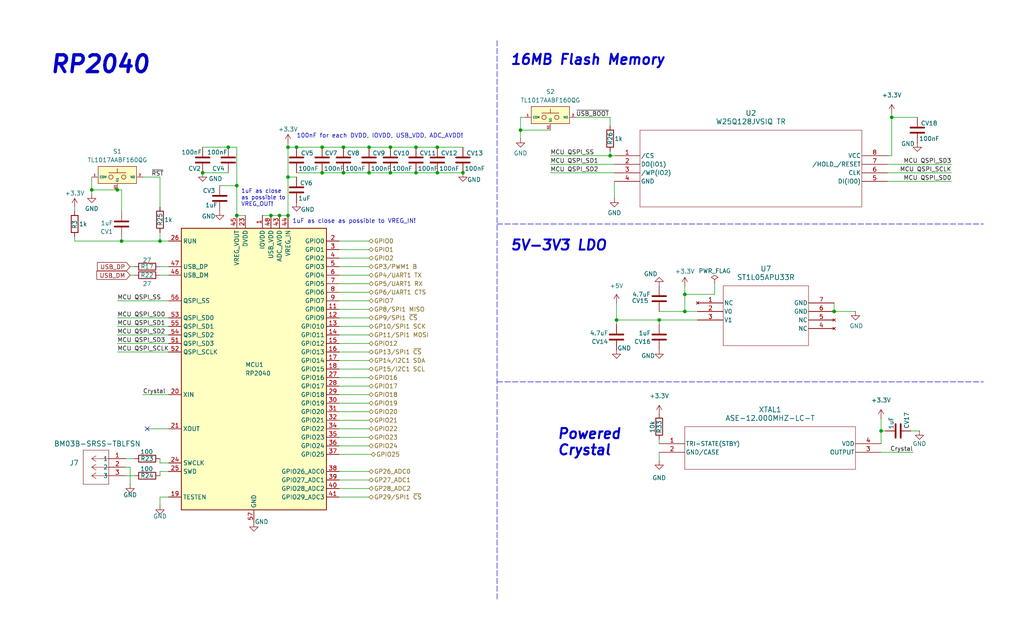
<source format=kicad_sch>
(kicad_sch (version 20250114) (generator "eeschema") (generator_version "9.0")
  (paper "User" 304.8 190.5)
  (title_block (title "RP2040 Standard") (company "Porto Space Team") (comment 1 "Miguel Amorim"))
  (lib_symbols
    (symbol "16MB_Flash:W25Q128JVSIQ_TR" (pin_names (offset 0.254))
      (property "Reference" "U" (at 40.64 12.7 0))
      (property "Value" "W25Q128JVSIQ TR" (at 40.64 10.16 0))
      (symbol "W25Q128JVSIQ_TR_0_1"
        (polyline (pts (xy 7.62 7.62) (xy 7.62 -15.24)) (stroke (width 0.127)))
        (polyline (pts (xy 7.62 -15.24) (xy 73.66 -15.24)) (stroke (width 0.127)))
        (polyline (pts (xy 73.66 7.62) (xy 7.62 7.62)) (stroke (width 0.127)))
        (polyline (pts (xy 73.66 -15.24) (xy 73.66 7.62)) (stroke (width 0.127)))
        (pin input line (at 0 0 0) (length 7.62) (name "/CS") (number "1"))
        (pin bidirectional line (at 0 -2.54 0) (length 7.62) (name "DO(IO1)") (number "2"))
        (pin bidirectional line (at 0 -5.08 0) (length 7.62) (name "/WP(IO2)") (number "3"))
        (pin passive line (at 0 -7.62 0) (length 7.62) (name "GND") (number "4"))
        (pin passive line (at 81.28 0 180) (length 7.62) (name "VCC") (number "8"))
        (pin bidirectional line (at 81.28 -2.54 180) (length 7.62) (name "/HOLD_/RESET") (number "7"))
        (pin input line (at 81.28 -5.08 180) (length 7.62) (name "CLK") (number "6"))
        (pin bidirectional line (at 81.28 -7.62 180) (length 7.62) (name "DI(IO0)") (number "5"))
      )
    )
    (symbol "AS12MHz:ASE-12.000MHZ-LC-T" (pin_names (offset 0.254))
      (property "Reference" "XTAL" (at 33.02 10.16 0))
      (property "Value" "ASE-12.000MHZ-LC-T" (at 33.02 7.62 0))
      (symbol "ASE-12.000MHZ-LC-T_0_1"
        (polyline (pts (xy 7.62 5.08) (xy 7.62 -7.62)) (stroke (width 0.127)))
        (polyline (pts (xy 7.62 -7.62) (xy 58.42 -7.62)) (stroke (width 0.127)))
        (polyline (pts (xy 58.42 5.08) (xy 7.62 5.08)) (stroke (width 0.127)))
        (polyline (pts (xy 58.42 -7.62) (xy 58.42 5.08)) (stroke (width 0.127)))
        (pin passive line (at 0 0 0) (length 7.62) (name "TRI-STATE(STBY)") (number "1"))
        (pin passive line (at 0 -2.54 0) (length 7.62) (name "GND/CASE") (number "2"))
        (pin power_in line (at 66.04 0 180) (length 7.62) (name "VDD") (number "4"))
        (pin output line (at 66.04 -2.54 180) (length 7.62) (name "OUTPUT") (number "3"))
      )
    )
    (symbol "Device:C" (pin_numbers (hide yes)) (pin_names (offset 0.254))
      (property "Reference" "C" (at 0.635 2.54 0))
      (property "Value" "C" (at 0.635 -2.54 0))
      (symbol "C_0_1"
        (polyline (pts (xy -2.032 0.762) (xy 2.032 0.762)) (stroke (width 0.508)))
        (polyline (pts (xy -2.032 -0.762) (xy 2.032 -0.762)) (stroke (width 0.508)))
      )
      (symbol "C_1_1"
        (pin passive line (at 0 3.81 270) (length 2.794) (name "~") (number "1"))
        (pin passive line (at 0 -3.81 90) (length 2.794) (name "~") (number "2"))
      )
    )
    (symbol "Device:R" (pin_numbers (hide yes)) (pin_names (offset 0))
      (property "Reference" "R" (at 2.032 0 90))
      (property "Value" "R" (at 0 0 90))
      (symbol "R_0_1"
        (rectangle (start -1.016 -2.54) (end 1.016 2.54) (stroke (width 0.254)))
      )
      (symbol "R_1_1"
        (pin passive line (at 0 3.81 270) (length 1.27) (name "~") (number "1"))
        (pin passive line (at 0 -3.81 90) (length 1.27) (name "~") (number "2"))
      )
    )
    (symbol "LDO_ST1L05A:ST1L05APU33R" (pin_names (offset 0.254))
      (property "Reference" "U" (at 20.32 10.16 0))
      (property "Value" "ST1L05APU33R" (at 20.32 7.62 0))
      (symbol "ST1L05APU33R_0_1"
        (polyline (pts (xy 7.62 5.08) (xy 7.62 -12.7)) (stroke (width 0.127)))
        (polyline (pts (xy 7.62 -12.7) (xy 33.02 -12.7)) (stroke (width 0.127)))
        (polyline (pts (xy 33.02 5.08) (xy 7.62 5.08)) (stroke (width 0.127)))
        (polyline (pts (xy 33.02 -12.7) (xy 33.02 5.08)) (stroke (width 0.127)))
        (pin no_connect line (at 0 0 0) (length 7.62) (name "NC") (number "1"))
        (pin passive line (at 0 -2.54 0) (length 7.62) (name "V0") (number "2"))
        (pin passive line (at 0 -5.08 0) (length 7.62) (name "V1") (number "3"))
        (pin passive line (at 40.64 0 180) (length 7.62) (name "GND") (number "7"))
        (pin passive line (at 40.64 -2.54 180) (length 7.62) (name "GND") (number "6"))
        (pin no_connect line (at 40.64 -5.08 180) (length 7.62) (name "NC") (number "5"))
        (pin no_connect line (at 40.64 -7.62 180) (length 7.62) (name "NC") (number "4"))
      )
    )
    (symbol "MCU_RaspberryPi:RP2040"
      (property "Reference" "U" (at 17.78 45.72 0))
      (property "Value" "RP2040" (at 17.78 43.18 0))
      (symbol "RP2040_0_1"
        (rectangle (start -21.59 41.91) (end 21.59 -41.91) (stroke (width 0.254)) (fill (type background)))
      )
      (symbol "RP2040_1_1"
        (pin input line (at -25.4 38.1 0) (length 3.81) (name "RUN") (number "26"))
        (pin bidirectional line (at -25.4 30.48 0) (length 3.81) (name "USB_DP") (number "47"))
        (pin bidirectional line (at -25.4 27.94 0) (length 3.81) (name "USB_DM") (number "46"))
        (pin bidirectional line (at -25.4 20.32 0) (length 3.81) (name "QSPI_SS") (number "56"))
        (pin bidirectional line (at -25.4 15.24 0) (length 3.81) (name "QSPI_SD0") (number "53"))
        (pin bidirectional line (at -25.4 12.7 0) (length 3.81) (name "QSPI_SD1") (number "55"))
        (pin bidirectional line (at -25.4 10.16 0) (length 3.81) (name "QSPI_SD2") (number "54"))
        (pin bidirectional line (at -25.4 7.62 0) (length 3.81) (name "QSPI_SD3") (number "51"))
        (pin output line (at -25.4 5.08 0) (length 3.81) (name "QSPI_SCLK") (number "52"))
        (pin input line (at -25.4 -7.62 0) (length 3.81) (name "XIN") (number "20"))
        (pin passive line (at -25.4 -17.78 0) (length 3.81) (name "XOUT") (number "21"))
        (pin input line (at -25.4 -27.94 0) (length 3.81) (name "SWCLK") (number "24"))
        (pin bidirectional line (at -25.4 -30.48 0) (length 3.81) (name "SWD") (number "25"))
        (pin input line (at -25.4 -38.1 0) (length 3.81) (name "TESTEN") (number "19"))
        (pin power_out line (at -5.08 45.72 270) (length 3.81) (name "VREG_VOUT") (number "45"))
        (pin power_in line (at -2.54 45.72 270) (length 3.81) (name "DVDD") (number "23"))
        (pin passive line (at -2.54 45.72 270) (length 3.81) (hide yes) (name "DVDD") (number "50"))
        (pin power_in line (at 0 -45.72 90) (length 3.81) (name "GND") (number "57"))
        (pin power_in line (at 2.54 45.72 270) (length 3.81) (name "IOVDD") (number "1"))
        (pin passive line (at 2.54 45.72 270) (length 3.81) (hide yes) (name "IOVDD") (number "10"))
        (pin passive line (at 2.54 45.72 270) (length 3.81) (hide yes) (name "IOVDD") (number "22"))
        (pin passive line (at 2.54 45.72 270) (length 3.81) (hide yes) (name "IOVDD") (number "33"))
        (pin passive line (at 2.54 45.72 270) (length 3.81) (hide yes) (name "IOVDD") (number "42"))
        (pin passive line (at 2.54 45.72 270) (length 3.81) (hide yes) (name "IOVDD") (number "49"))
        (pin power_in line (at 5.08 45.72 270) (length 3.81) (name "USB_VDD") (number "48"))
        (pin power_in line (at 7.62 45.72 270) (length 3.81) (name "ADC_AVDD") (number "43"))
        (pin power_in line (at 10.16 45.72 270) (length 3.81) (name "VREG_IN") (number "44"))
        (pin bidirectional line (at 25.4 38.1 180) (length 3.81) (name "GPIO0") (number "2"))
        (pin bidirectional line (at 25.4 35.56 180) (length 3.81) (name "GPIO1") (number "3"))
        (pin bidirectional line (at 25.4 33.02 180) (length 3.81) (name "GPIO2") (number "4"))
        (pin bidirectional line (at 25.4 30.48 180) (length 3.81) (name "GPIO3") (number "5"))
        (pin bidirectional line (at 25.4 27.94 180) (length 3.81) (name "GPIO4") (number "6"))
        (pin bidirectional line (at 25.4 25.4 180) (length 3.81) (name "GPIO5") (number "7"))
        (pin bidirectional line (at 25.4 22.86 180) (length 3.81) (name "GPIO6") (number "8"))
        (pin bidirectional line (at 25.4 20.32 180) (length 3.81) (name "GPIO7") (number "9"))
        (pin bidirectional line (at 25.4 17.78 180) (length 3.81) (name "GPIO8") (number "11"))
        (pin bidirectional line (at 25.4 15.24 180) (length 3.81) (name "GPIO9") (number "12"))
        (pin bidirectional line (at 25.4 12.7 180) (length 3.81) (name "GPIO10") (number "13"))
        (pin bidirectional line (at 25.4 10.16 180) (length 3.81) (name "GPIO11") (number "14"))
        (pin bidirectional line (at 25.4 7.62 180) (length 3.81) (name "GPIO12") (number "15"))
        (pin bidirectional line (at 25.4 5.08 180) (length 3.81) (name "GPIO13") (number "16"))
        (pin bidirectional line (at 25.4 2.54 180) (length 3.81) (name "GPIO14") (number "17"))
        (pin bidirectional line (at 25.4 0 180) (length 3.81) (name "GPIO15") (number "18"))
        (pin bidirectional line (at 25.4 -2.54 180) (length 3.81) (name "GPIO16") (number "27"))
        (pin bidirectional line (at 25.4 -5.08 180) (length 3.81) (name "GPIO17") (number "28"))
        (pin bidirectional line (at 25.4 -7.62 180) (length 3.81) (name "GPIO18") (number "29"))
        (pin bidirectional line (at 25.4 -10.16 180) (length 3.81) (name "GPIO19") (number "30"))
        (pin bidirectional line (at 25.4 -12.7 180) (length 3.81) (name "GPIO20") (number "31"))
        (pin bidirectional line (at 25.4 -15.24 180) (length 3.81) (name "GPIO21") (number "32"))
        (pin bidirectional line (at 25.4 -17.78 180) (length 3.81) (name "GPIO22") (number "34"))
        (pin bidirectional line (at 25.4 -20.32 180) (length 3.81) (name "GPIO23") (number "35"))
        (pin bidirectional line (at 25.4 -22.86 180) (length 3.81) (name "GPIO24") (number "36"))
        (pin bidirectional line (at 25.4 -25.4 180) (length 3.81) (name "GPIO25") (number "37"))
        (pin bidirectional line (at 25.4 -30.48 180) (length 3.81) (name "GPIO26_ADC0") (number "38"))
        (pin bidirectional line (at 25.4 -33.02 180) (length 3.81) (name "GPIO27_ADC1") (number "39"))
        (pin bidirectional line (at 25.4 -35.56 180) (length 3.81) (name "GPIO28_ADC2") (number "40"))
        (pin bidirectional line (at 25.4 -38.1 180) (length 3.81) (name "GPIO29_ADC3") (number "41"))
      )
    )
    (symbol "SWD_Con:BM03B-SRSS-TBLFSN" (pin_names (offset 0.254))
      (property "Reference" "J" (at 8.89 6.35 0))
      (property "Value" "BM03B-SRSS-TBLFSN" (at 0 0 0))
      (symbol "BM03B-SRSS-TBLFSN_1_1"
        (polyline (pts (xy 5.08 2.54) (xy 5.08 -7.62)) (stroke (width 0.127)))
        (polyline (pts (xy 5.08 -7.62) (xy 12.7 -7.62)) (stroke (width 0.127)))
        (polyline (pts (xy 10.16 0) (xy 5.08 0)) (stroke (width 0.127)))
        (polyline (pts (xy 10.16 0) (xy 8.89 0.8467)) (stroke (width 0.127)))
        (polyline (pts (xy 10.16 0) (xy 8.89 -0.8467)) (stroke (width 0.127)))
        (polyline (pts (xy 10.16 -2.54) (xy 5.08 -2.54)) (stroke (width 0.127)))
        (polyline (pts (xy 10.16 -2.54) (xy 8.89 -1.6933)) (stroke (width 0.127)))
        (polyline (pts (xy 10.16 -2.54) (xy 8.89 -3.3867)) (stroke (width 0.127)))
        (polyline (pts (xy 10.16 -5.08) (xy 5.08 -5.08)) (stroke (width 0.127)))
        (polyline (pts (xy 10.16 -5.08) (xy 8.89 -4.2333)) (stroke (width 0.127)))
        (polyline (pts (xy 10.16 -5.08) (xy 8.89 -5.9267)) (stroke (width 0.127)))
        (polyline (pts (xy 12.7 2.54) (xy 5.08 2.54)) (stroke (width 0.127)))
        (polyline (pts (xy 12.7 -7.62) (xy 12.7 2.54)) (stroke (width 0.127)))
        (pin passive line (at 0 0 0) (length 5.08) (name "1") (number "1"))
        (pin passive line (at 0 -2.54 0) (length 5.08) (name "2") (number "2"))
        (pin passive line (at 0 -5.08 0) (length 5.08) (name "3") (number "3"))
      )
      (symbol "BM03B-SRSS-TBLFSN_1_2"
        (polyline (pts (xy 5.08 2.54) (xy 5.08 -7.62)) (stroke (width 0.127)))
        (polyline (pts (xy 5.08 -7.62) (xy 12.7 -7.62)) (stroke (width 0.127)))
        (polyline (pts (xy 7.62 0) (xy 5.08 0)) (stroke (width 0.127)))
        (polyline (pts (xy 7.62 0) (xy 8.89 0.8467)) (stroke (width 0.127)))
        (polyline (pts (xy 7.62 0) (xy 8.89 -0.8467)) (stroke (width 0.127)))
        (polyline (pts (xy 7.62 -2.54) (xy 5.08 -2.54)) (stroke (width 0.127)))
        (polyline (pts (xy 7.62 -2.54) (xy 8.89 -1.6933)) (stroke (width 0.127)))
        (polyline (pts (xy 7.62 -2.54) (xy 8.89 -3.3867)) (stroke (width 0.127)))
        (polyline (pts (xy 7.62 -5.08) (xy 5.08 -5.08)) (stroke (width 0.127)))
        (polyline (pts (xy 7.62 -5.08) (xy 8.89 -4.2333)) (stroke (width 0.127)))
        (polyline (pts (xy 7.62 -5.08) (xy 8.89 -5.9267)) (stroke (width 0.127)))
        (polyline (pts (xy 12.7 2.54) (xy 5.08 2.54)) (stroke (width 0.127)))
        (polyline (pts (xy 12.7 -7.62) (xy 12.7 2.54)) (stroke (width 0.127)))
        (pin passive line (at 0 0 0) (length 5.08) (name "1") (number "1"))
        (pin passive line (at 0 -2.54 0) (length 5.08) (name "2") (number "2"))
        (pin passive line (at 0 -5.08 0) (length 5.08) (name "3") (number "3"))
      )
    )
    (symbol "TL1017AABF160QG:TL1017AABF160QG"
      (property "Reference" "S" (at 0.762 14.732 0))
      (property "Value" "TL1017AABF160QG" (at 0.762 12.192 0))
      (symbol "TL1017AABF160QG_0_1"
        (polyline (pts (xy 6.35 5.08) (xy 11.43 5.08)))
        (circle (center 6.985 3.81) (radius 0.635))
        (polyline (pts (xy 8.89 5.08) (xy 8.89 6.35)))
        (circle (center 10.795 3.81) (radius 0.635))
      )
      (symbol "TL1017AABF160QG_1_1"
        (rectangle (start 3.175 6.985) (end 14.605 1.905) (fill (type background)))
        (pin passive line (at 1.27 3.81 0) (length 1.778) (name "COM") (number "1"))
        (pin passive line (at 8.89 0 90) (length 1.778) (name "G1") (number "G1"))
        (pin passive line (at 16.51 3.81 180) (length 1.778) (name "NO") (number "2"))
      )
    )
    (symbol "power:+3.3V" (power) (pin_numbers (hide yes)) (pin_names (offset 0) (hide yes))
      (property "Value" "+3.3V" (at 0 3.556 0))
      (symbol "+3.3V_0_1"
        (polyline (pts (xy -0.762 1.27) (xy 0 2.54)))
        (polyline (pts (xy 0 2.54) (xy 0.762 1.27)))
        (polyline (pts (xy 0 0) (xy 0 2.54)))
      )
      (symbol "+3.3V_1_1"
        (pin power_in line (at 0 0 90) (length 0) (name "~") (number "1"))
      )
    )
    (symbol "power:+5V" (power) (pin_numbers (hide yes)) (pin_names (offset 0) (hide yes))
      (property "Value" "+5V" (at 0 3.556 0))
      (symbol "+5V_0_1"
        (polyline (pts (xy -0.762 1.27) (xy 0 2.54)))
        (polyline (pts (xy 0 2.54) (xy 0.762 1.27)))
        (polyline (pts (xy 0 0) (xy 0 2.54)))
      )
      (symbol "+5V_1_1"
        (pin power_in line (at 0 0 90) (length 0) (name "~") (number "1"))
      )
    )
    (symbol "power:GND" (power) (pin_numbers (hide yes)) (pin_names (offset 0) (hide yes))
      (property "Value" "GND" (at 0 -3.81 0))
      (symbol "GND_0_1"
        (polyline (pts (xy 0 0) (xy 0 -1.27) (xy 1.27 -1.27) (xy 0 -2.54) (xy -1.27 -1.27) (xy 0 -1.27)))
      )
      (symbol "GND_1_1"
        (pin power_in line (at 0 0 270) (length 0) (name "~") (number "1"))
      )
    )
    (symbol "power:PWR_FLAG" (power) (pin_numbers (hide yes)) (pin_names (offset 0) (hide yes))
      (property "Value" "PWR_FLAG" (at 0 3.81 0))
      (symbol "PWR_FLAG_0_0"
        (pin power_out line (at 0 0 90) (length 0) (name "~") (number "1"))
      )
      (symbol "PWR_FLAG_0_1"
        (polyline (pts (xy 0 0) (xy 0 1.27) (xy -1.016 1.905) (xy 0 2.54) (xy 1.016 1.905) (xy 0 1.27)))
      )
    )
  )
  (text "Powered\nCrystal" (at 165.735 135.89 0) (effects (font (size 3 3) (bold yes) (italic yes)) (justify left bottom)))
  (text "1uF as close as possible to VREG_IN!" (at 86.995 66.675 0) (effects (font (size 1.27 1.27)) (justify left bottom)))
  (text "1uF as close \nas possible to \nVREG_OUT!" (at 71.755 61.595 0) (effects (font (size 1.2 1.2)) (justify left bottom)))
  (text "RP2040" (at 14.605 22.225 0) (effects (font (size 5 5) (thickness 1) (bold yes) (italic yes)) (justify left bottom)))
  (text "100nF for each DVDD, IOVDD, USB_VDD, ADC_AVDD!" (at 88.265 41.275 0) (effects (font (size 1.27 1.27)) (justify left bottom)))
  (text "5V-3V3 LDO" (at 151.765 74.93 0) (effects (font (size 3 3) (bold yes) (italic yes)) (justify left bottom)))
  (text "16MB Flash Memory" (at 151.765 19.685 0) (effects (font (size 3 3) (bold yes) (italic yes)) (justify left bottom)))
  (junction (at 60.325 51.435))
  (junction (at 137.795 51.435))
  (junction (at 123.825 43.815))
  (junction (at 102.235 51.435))
  (junction (at 70.485 55.245))
  (junction (at 27.305 56.515))
  (junction (at 248.285 92.71))
  (junction (at 80.645 64.135))
  (junction (at 95.885 43.815))
  (junction (at 85.725 52.705))
  (junction (at 85.725 43.815))
  (junction (at 95.885 51.435))
  (junction (at 109.855 51.435))
  (junction (at 116.205 51.435))
  (junction (at 83.185 64.135))
  (junction (at 130.175 43.815))
  (junction (at 203.835 92.71))
  (junction (at 70.485 64.135))
  (junction (at 116.205 43.815))
  (junction (at 196.215 95.25))
  (junction (at 67.945 43.815))
  (junction (at 88.265 43.815))
  (junction (at 109.855 43.815))
  (junction (at 130.175 51.435))
  (junction (at 102.235 43.815))
  (junction (at 47.625 71.755))
  (junction (at 203.835 87.63))
  (junction (at 262.255 128.27))
  (junction (at 85.725 64.135))
  (junction (at 36.195 71.755))
  (junction (at 34.925 56.515))
  (junction (at 154.94 38.735))
  (junction (at 181.61 46.355))
  (junction (at 265.43 34.925))
  (junction (at 183.515 95.25))
  (junction (at 123.825 51.435))
  (no_connect (at 43.815 127.635))
  (wire (pts (xy 181.61 46.355) (xy 182.88 46.355)))
  (wire (pts (xy 264.16 46.355) (xy 265.43 46.355)))
  (wire (pts (xy 34.925 99.695) (xy 50.165 99.695)))
  (wire (pts (xy 264.16 51.435) (xy 283.21 51.435)))
  (wire (pts (xy 154.94 38.735) (xy 163.83 38.735)))
  (wire (pts (xy 271.145 128.27) (xy 273.685 128.27)))
  (wire (pts (xy 100.965 84.455) (xy 109.855 84.455)))
  (wire (pts (xy 70.485 55.245) (xy 70.485 64.135)))
  (wire (pts (xy 181.61 45.085) (xy 181.61 46.355)))
  (wire (pts (xy 100.965 125.095) (xy 109.855 125.095)))
  (wire (pts (xy 100.965 89.535) (xy 109.855 89.535)))
  (wire (pts (xy 34.925 56.515) (xy 27.305 56.515)))
  (wire (pts (xy 100.965 122.555) (xy 109.855 122.555)))
  (wire (pts (xy 212.725 87.63) (xy 212.725 84.455)))
  (wire (pts (xy 47.625 69.215) (xy 47.625 71.755)))
  (wire (pts (xy 116.205 51.435) (xy 123.825 51.435)))
  (wire (pts (xy 47.625 140.335) (xy 50.165 140.335)))
  (wire (pts (xy 154.94 34.925) (xy 154.94 38.735)))
  (wire (pts (xy 100.965 109.855) (xy 109.855 109.855)))
  (wire (pts (xy 47.625 137.795) (xy 47.625 136.525)))
  (wire (pts (xy 100.965 97.155) (xy 109.855 97.155)))
  (wire (pts (xy 78.105 64.135) (xy 80.645 64.135)))
  (wire (pts (xy 182.88 51.435) (xy 163.83 51.435)))
  (wire (pts (xy 196.215 92.71) (xy 203.835 92.71)))
  (wire (pts (xy 36.195 71.755) (xy 22.225 71.755)))
  (wire (pts (xy 47.625 81.915) (xy 50.165 81.915)))
  (wire (pts (xy 181.61 37.465) (xy 181.61 34.925)))
  (wire (pts (xy 37.465 139.065) (xy 38.735 139.065)))
  (wire (pts (xy 95.885 43.815) (xy 88.265 43.815)))
  (wire (pts (xy 85.725 52.705) (xy 88.265 52.705)))
  (wire (pts (xy 100.965 102.235) (xy 109.855 102.235)))
  (wire (pts (xy 47.625 137.795) (xy 50.165 137.795)))
  (wire (pts (xy 100.965 81.915) (xy 109.855 81.915)))
  (wire (pts (xy 102.235 51.435) (xy 109.855 51.435)))
  (wire (pts (xy 262.255 128.27) (xy 263.525 128.27)))
  (wire (pts (xy 183.515 95.25) (xy 196.215 95.25)))
  (wire (pts (xy 100.965 76.835) (xy 109.855 76.835)))
  (wire (pts (xy 60.325 43.815) (xy 67.945 43.815)))
  (wire (pts (xy 203.835 87.63) (xy 212.725 87.63)))
  (wire (pts (xy 203.835 87.63) (xy 203.835 92.71)))
  (wire (pts (xy 100.965 114.935) (xy 109.855 114.935)))
  (wire (pts (xy 36.195 71.755) (xy 36.195 70.485)))
  (wire (pts (xy 100.965 107.315) (xy 109.855 107.315)))
  (wire (pts (xy 65.405 55.245) (xy 70.485 55.245)))
  (wire (pts (xy 85.725 52.705) (xy 85.725 64.135)))
  (polyline (pts (xy 147.955 66.675) (xy 292.735 66.675)) (stroke (width 0) (type dash)))
  (wire (pts (xy 130.175 43.815) (xy 123.825 43.815)))
  (wire (pts (xy 27.305 52.705) (xy 27.305 56.515)))
  (wire (pts (xy 100.965 104.775) (xy 109.855 104.775)))
  (wire (pts (xy 102.235 43.815) (xy 95.885 43.815)))
  (wire (pts (xy 80.645 64.135) (xy 83.185 64.135)))
  (wire (pts (xy 34.925 97.155) (xy 50.165 97.155)))
  (wire (pts (xy 116.205 43.815) (xy 109.855 43.815)))
  (wire (pts (xy 70.485 55.245) (xy 70.485 43.815)))
  (wire (pts (xy 100.965 132.715) (xy 109.855 132.715)))
  (wire (pts (xy 156.21 34.925) (xy 154.94 34.925)))
  (wire (pts (xy 88.265 43.815) (xy 85.725 43.815)))
  (wire (pts (xy 83.185 64.135) (xy 85.725 64.135)))
  (wire (pts (xy 70.485 64.135) (xy 73.025 64.135)))
  (wire (pts (xy 100.965 145.415) (xy 109.855 145.415)))
  (wire (pts (xy 248.285 92.71) (xy 254.635 92.71)))
  (wire (pts (xy 100.965 86.995) (xy 109.855 86.995)))
  (polyline (pts (xy 147.955 12.065) (xy 147.955 178.435)) (stroke (width 0) (type dash)))
  (wire (pts (xy 163.83 46.355) (xy 181.61 46.355)))
  (wire (pts (xy 265.43 34.925) (xy 265.43 33.655)))
  (wire (pts (xy 154.94 38.735) (xy 154.94 41.275)))
  (wire (pts (xy 100.965 130.175) (xy 109.855 130.175)))
  (wire (pts (xy 47.625 79.375) (xy 50.165 79.375)))
  (wire (pts (xy 27.305 56.515) (xy 27.305 57.785)))
  (wire (pts (xy 183.515 90.17) (xy 183.515 95.25)))
  (wire (pts (xy 47.625 141.605) (xy 47.625 140.335)))
  (wire (pts (xy 109.855 43.815) (xy 102.235 43.815)))
  (wire (pts (xy 38.735 139.065) (xy 38.735 144.145)))
  (wire (pts (xy 47.625 52.705) (xy 47.625 61.595)))
  (wire (pts (xy 130.175 43.815) (xy 137.795 43.815)))
  (wire (pts (xy 100.965 135.255) (xy 110.49 135.255)))
  (wire (pts (xy 43.815 127.635) (xy 50.165 127.635)))
  (wire (pts (xy 37.465 136.525) (xy 40.005 136.525)))
  (wire (pts (xy 196.215 130.81) (xy 196.215 132.08)))
  (wire (pts (xy 182.88 48.895) (xy 163.83 48.895)))
  (wire (pts (xy 70.485 43.815) (xy 67.945 43.815)))
  (wire (pts (xy 34.925 102.235) (xy 50.165 102.235)))
  (wire (pts (xy 100.965 127.635) (xy 109.855 127.635)))
  (wire (pts (xy 36.195 71.755) (xy 47.625 71.755)))
  (wire (pts (xy 130.175 51.435) (xy 137.795 51.435)))
  (polyline (pts (xy 147.955 113.665) (xy 292.735 113.665)) (stroke (width 0) (type dash)))
  (wire (pts (xy 100.965 147.955) (xy 109.855 147.955)))
  (wire (pts (xy 203.835 92.71) (xy 207.645 92.71)))
  (wire (pts (xy 123.825 43.815) (xy 116.205 43.815)))
  (wire (pts (xy 100.965 120.015) (xy 109.855 120.015)))
  (wire (pts (xy 109.855 51.435) (xy 116.205 51.435)))
  (wire (pts (xy 22.225 71.755) (xy 22.225 70.485)))
  (wire (pts (xy 262.255 128.27) (xy 262.255 132.08)))
  (wire (pts (xy 47.625 147.955) (xy 50.165 147.955)))
  (wire (pts (xy 265.43 34.925) (xy 273.05 34.925)))
  (wire (pts (xy 196.215 134.62) (xy 196.215 137.16)))
  (wire (pts (xy 100.965 99.695) (xy 109.855 99.695)))
  (wire (pts (xy 100.965 112.395) (xy 109.855 112.395)))
  (wire (pts (xy 262.255 134.62) (xy 271.78 134.62)))
  (wire (pts (xy 34.925 89.535) (xy 50.165 89.535)))
  (wire (pts (xy 85.725 43.815) (xy 85.725 52.705)))
  (wire (pts (xy 100.965 140.335) (xy 109.855 140.335)))
  (wire (pts (xy 203.835 85.09) (xy 203.835 87.63)))
  (wire (pts (xy 100.965 74.295) (xy 109.855 74.295)))
  (wire (pts (xy 22.225 61.595) (xy 22.225 62.865)))
  (wire (pts (xy 100.965 79.375) (xy 109.855 79.375)))
  (wire (pts (xy 100.965 94.615) (xy 109.855 94.615)))
  (wire (pts (xy 100.965 92.075) (xy 109.855 92.075)))
  (wire (pts (xy 85.725 42.545) (xy 85.725 43.815)))
  (wire (pts (xy 38.735 81.915) (xy 40.005 81.915)))
  (wire (pts (xy 36.195 56.515) (xy 34.925 56.515)))
  (wire (pts (xy 248.285 90.17) (xy 248.285 92.71)))
  (wire (pts (xy 183.515 95.25) (xy 183.515 96.52)))
  (wire (pts (xy 88.265 51.435) (xy 95.885 51.435)))
  (wire (pts (xy 181.61 34.925) (xy 171.45 34.925)))
  (wire (pts (xy 42.545 117.475) (xy 50.165 117.475)))
  (wire (pts (xy 34.925 94.615) (xy 50.165 94.615)))
  (wire (pts (xy 37.465 141.605) (xy 40.005 141.605)))
  (wire (pts (xy 182.88 53.975) (xy 182.88 59.055)))
  (wire (pts (xy 47.625 71.755) (xy 50.165 71.755)))
  (wire (pts (xy 60.325 51.435) (xy 67.945 51.435)))
  (wire (pts (xy 265.43 46.355) (xy 265.43 34.925)))
  (wire (pts (xy 196.215 95.25) (xy 207.645 95.25)))
  (wire (pts (xy 34.925 104.775) (xy 50.165 104.775)))
  (wire (pts (xy 47.625 150.495) (xy 47.625 147.955)))
  (wire (pts (xy 262.255 124.46) (xy 262.255 128.27)))
  (wire (pts (xy 100.965 117.475) (xy 109.855 117.475)))
  (wire (pts (xy 100.965 142.875) (xy 109.855 142.875)))
  (wire (pts (xy 100.965 71.755) (xy 109.855 71.755)))
  (wire (pts (xy 196.215 96.52) (xy 196.215 95.25)))
  (wire (pts (xy 264.16 53.975) (xy 283.21 53.975)))
  (wire (pts (xy 36.195 56.515) (xy 36.195 62.865)))
  (wire (pts (xy 42.545 52.705) (xy 47.625 52.705)))
  (wire (pts (xy 264.16 48.895) (xy 283.21 48.895)))
  (wire (pts (xy 123.825 51.435) (xy 130.175 51.435)))
  (wire (pts (xy 95.885 51.435) (xy 102.235 51.435)))
  (wire (pts (xy 38.735 79.375) (xy 40.005 79.375)))
  (label "MCU QSPI_SD0" (at 283.21 53.975 180))
  (label "MCU QSPI_SS" (at 34.925 89.535 0))
  (label "MCU QSPI_SD2" (at 34.925 99.695 0))
  (label "MCU QSPI_SD3" (at 283.21 48.895 180))
  (label "MCU QSPI_SS" (at 163.83 46.355 0))
  (label "MCU QSPI_SCLK" (at 283.21 51.435 180))
  (label "MCU QSPI_SD3" (at 34.925 102.235 0))
  (label "~{RST}" (at 45.085 52.705 0))
  (label "Crystal" (at 271.78 134.62 180))
  (label "~{USB_BOOT}" (at 171.45 34.925 0))
  (label "Crystal" (at 42.545 117.475 0))
  (label "MCU QSPI_SD2" (at 163.83 51.435 0))
  (label "MCU QSPI_SD1" (at 163.83 48.895 0))
  (label "MCU QSPI_SD1" (at 34.925 97.155 0))
  (label "MCU QSPI_SCLK" (at 34.925 104.775 0))
  (label "MCU QSPI_SD0" (at 34.925 94.615 0))
  (global_label "USB_DM" (shape input) (at 38.735 81.915 180) (property "Intersheetrefs" "${INTERSHEET_REFS}" (effects (hide yes))))
  (global_label "USB_DP" (shape input) (at 38.735 79.375 180) (property "Intersheetrefs" "${INTERSHEET_REFS}" (effects (hide yes))))
  (hierarchical_label "GPIO7" (shape bidirectional) (at 109.855 89.535 0))
  (hierarchical_label "GPIO12" (shape bidirectional) (at 109.855 102.235 0))
  (hierarchical_label "GPIO19" (shape bidirectional) (at 109.855 120.015 0))
  (hierarchical_label "GP6{slash}UART1 CTS" (shape bidirectional) (at 109.855 86.995 0))
  (hierarchical_label "GPIO0" (shape bidirectional) (at 109.855 71.755 0))
  (hierarchical_label "GPIO23" (shape bidirectional) (at 109.855 130.175 0))
  (hierarchical_label "GP4{slash}UART1 TX" (shape bidirectional) (at 109.855 81.915 0))
  (hierarchical_label "GP11{slash}SPI1 MOSI" (shape bidirectional) (at 109.855 99.695 0))
  (hierarchical_label "GP28_ADC2" (shape bidirectional) (at 109.855 145.415 0))
  (hierarchical_label "GPIO25" (shape bidirectional) (at 110.49 135.255 0))
  (hierarchical_label "GP9{slash}SPI1 ~{CS}" (shape bidirectional) (at 109.855 94.615 0))
  (hierarchical_label "GPIO24" (shape bidirectional) (at 109.855 132.715 0))
  (hierarchical_label "GP13{slash}SPI1 ~{CS}" (shape bidirectional) (at 109.855 104.775 0))
  (hierarchical_label "GP27_ADC1" (shape bidirectional) (at 109.855 142.875 0))
  (hierarchical_label "GPIO18" (shape bidirectional) (at 109.855 117.475 0))
  (hierarchical_label "GPIO21" (shape bidirectional) (at 109.855 125.095 0))
  (hierarchical_label "GPIO16" (shape bidirectional) (at 109.855 112.395 0))
  (hierarchical_label "GPIO1" (shape bidirectional) (at 109.855 74.295 0))
  (hierarchical_label "GPIO22" (shape bidirectional) (at 109.855 127.635 0))
  (hierarchical_label "GP8{slash}SPI1 MISO" (shape bidirectional) (at 109.855 92.075 0))
  (hierarchical_label "GP10{slash}SPI1 SCK" (shape bidirectional) (at 109.855 97.155 0))
  (hierarchical_label "GP29{slash}SPI1 ~{CS}" (shape bidirectional) (at 109.855 147.955 0))
  (hierarchical_label "GP5{slash}UART1 RX" (shape bidirectional) (at 109.855 84.455 0))
  (hierarchical_label "GP14{slash}I2C1 SDA" (shape bidirectional) (at 109.855 107.315 0))
  (hierarchical_label "GPIO20" (shape bidirectional) (at 109.855 122.555 0))
  (hierarchical_label "GP26_ADC0" (shape bidirectional) (at 109.855 140.335 0))
  (hierarchical_label "GP15{slash}I2C1 SCL" (shape bidirectional) (at 109.855 109.855 0))
  (hierarchical_label "GPIO2" (shape bidirectional) (at 109.855 76.835 0))
  (hierarchical_label "GPIO17" (shape bidirectional) (at 109.855 114.935 0))
  (hierarchical_label "GP3{slash}PWM1 B" (shape bidirectional) (at 109.855 79.375 0))
  (symbol (lib_id "power:+3.3V") (at 22.225 61.595 0) (unit 1)
    (property "Reference" "#PWR0135" (effects (hide yes)))
    (property "Value" "+3.3V" (at 22.225 57.531 0))
    (property "Description" "Power symbol creates a global label with name \"+3.3V\"" (effects (hide yes)))
  )
  (symbol (lib_id "Device:R") (at 43.815 141.605 90) (mirror x) (unit 1)
    (property "Reference" "R24" (at 45.72 141.605 90) (effects (justify left)))
    (property "Value" "100" (at 45.593 139.573 90) (effects (justify left)))
    (property "Footprint" "Resistor-0402:RES_0402" (effects (hide yes)))
    (property "Description" "Resistor" (effects (hide yes)))
  )
  (symbol (lib_id "power:+3.3V") (at 85.725 42.545 0) (unit 1)
    (property "Reference" "#PWR0132" (effects (hide yes)))
    (property "Value" "+3.3V" (at 85.725 38.481 0))
    (property "Description" "Power symbol creates a global label with name \"+3.3V\"" (effects (hide yes)))
  )
  (symbol (lib_id "power:+3.3V") (at 203.835 85.09 0) (unit 1)
    (property "Reference" "#PWR0155" (effects (hide yes)))
    (property "Value" "+3.3V" (at 203.835 80.772 0))
    (property "Description" "Power symbol creates a global label with name \"+3.3V\"" (effects (hide yes)))
  )
  (symbol (lib_id "Device:C") (at 109.855 47.625 0) (unit 1)
    (property "Reference" "CV9" (at 110.871 45.593 0) (effects (justify left)))
    (property "Value" "100nF" (at 110.363 50.165 0) (effects (justify left)))
    (property "Footprint" "Capacitor-0402:Capacitor_0402" (effects (hide yes)))
    (property "Description" "Unpolarized capacitor" (effects (hide yes)))
  )
  (symbol (lib_id "Device:C") (at 60.325 47.625 180) (unit 1)
    (property "Reference" "CV2" (at 59.817 50.165 0) (effects (justify left)))
    (property "Value" "100nF" (at 60.071 45.339 0) (effects (justify left)))
    (property "Footprint" "Capacitor-0402:Capacitor_0402" (effects (hide yes)))
    (property "Description" "Unpolarized capacitor" (effects (hide yes)))
  )
  (symbol (lib_id "Device:C") (at 88.265 47.625 0) (unit 1)
    (property "Reference" "CV5" (at 89.535 45.593 0) (effects (justify left)))
    (property "Value" "100nF" (at 88.773 50.165 0) (effects (justify left)))
    (property "Footprint" "Capacitor-0402:Capacitor_0402" (effects (hide yes)))
    (property "Description" "Unpolarized capacitor" (effects (hide yes)))
  )
  (symbol (lib_id "power:GND") (at 196.215 104.14 0) (unit 1)
    (property "Reference" "#PWR0152" (effects (hide yes)))
    (property "Value" "GND" (at 192.913 105.918 0))
    (property "Description" "Power symbol creates a global label with name \"GND\" , ground" (effects (hide yes)))
  )
  (symbol (lib_id "Device:C") (at 183.515 100.33 180) (unit 1)
    (property "Reference" "CV14" (at 181.0512 101.7016 0) (effects (justify left)))
    (property "Value" "4.7uF" (at 181.0512 99.1616 0) (effects (justify left)))
    (property "Footprint" "Capacitor-0402:Capacitor_0402" (effects (hide yes)))
    (property "Description" "Unpolarized capacitor" (effects (hide yes)))
  )
  (symbol (lib_id "16MB_Flash:W25Q128JVSIQ_TR") (at 182.88 46.355 0) (unit 1)
    (property "Reference" "U2" (at 223.52 33.655 0) (effects (font (size 1.524 1.524))))
    (property "Value" "W25Q128JVSIQ TR" (at 223.52 36.195 0) (effects (font (size 1.524 1.524))))
    (property "Footprint" "NOR Flash:SOIC_208MIL_WIN" (effects (hide yes)))
    (property "Datasheet" "W25Q128JVSIQ TR" (effects (hide yes)))
  )
  (symbol (lib_id "AS12MHz:ASE-12.000MHZ-LC-T") (at 196.215 132.08 0) (unit 1)
    (property "Reference" "XTAL1" (at 229.235 121.92 0) (effects (font (size 1.524 1.524))))
    (property "Value" "ASE-12.000MHZ-LC-T" (at 229.235 124.46 0) (effects (font (size 1.524 1.524))))
    (property "Footprint" "AS12MHz:ASE-3.2X2.5_ABR" (effects (hide yes)))
    (property "Datasheet" "ASE-12.000MHZ-LC-T" (effects (hide yes)))
  )
  (symbol (lib_id "power:GND") (at 273.685 128.27 0) (unit 1)
    (property "Reference" "#PWR0148" (effects (hide yes)))
    (property "Value" "GND" (at 273.685 132.08 0))
    (property "Description" "Power symbol creates a global label with name \"GND\" , ground" (effects (hide yes)))
  )
  (symbol (lib_id "Device:R") (at 43.815 136.525 90) (mirror x) (unit 1)
    (property "Reference" "R23" (at 45.72 136.525 90) (effects (justify left)))
    (property "Value" "100" (at 45.593 134.493 90) (effects (justify left)))
    (property "Footprint" "Resistor-0402:RES_0402" (effects (hide yes)))
    (property "Description" "Resistor" (effects (hide yes)))
  )
  (symbol (lib_id "Device:C") (at 65.405 59.055 0) (unit 1)
    (property "Reference" "CV3" (at 60.325 56.769 0) (effects (justify left)))
    (property "Value" "1uF" (at 61.087 61.087 0) (effects (justify left)))
    (property "Footprint" "Capacitor-0402:Capacitor_0402" (effects (hide yes)))
    (property "Description" "Unpolarized capacitor" (effects (hide yes)))
  )
  (symbol (lib_id "power:GND") (at 27.305 57.785 0) (unit 1)
    (property "Reference" "#PWR0136" (effects (hide yes)))
    (property "Value" "GND" (at 27.305 62.103 0))
    (property "Description" "Power symbol creates a global label with name \"GND\" , ground" (effects (hide yes)))
  )
  (symbol (lib_id "power:+3.3V") (at 265.43 33.655 0) (unit 1)
    (property "Reference" "#PWR0146" (effects (hide yes)))
    (property "Value" "+3.3V" (at 265.43 28.321 0))
    (property "Description" "Power symbol creates a global label with name \"+3.3V\"" (effects (hide yes)))
  )
  (symbol (lib_id "Device:R") (at 43.815 79.375 90) (unit 1)
    (property "Reference" "R17" (at 45.72 79.375 90) (effects (justify left)))
    (property "Value" "27" (at 45.085 77.47 90) (effects (justify left)))
    (property "Footprint" "Resistor-0603:RES_0603" (effects (hide yes)))
    (property "Description" "Resistor" (effects (hide yes)))
  )
  (symbol (lib_id "power:GND") (at 88.265 60.325 0) (unit 1)
    (property "Reference" "#PWR0139" (effects (hide yes)))
    (property "Value" "GND" (at 91.567 62.357 0))
    (property "Description" "Power symbol creates a global label with name \"GND\" , ground" (effects (hide yes)))
  )
  (symbol (lib_id "power:GND") (at 182.88 59.055 0) (unit 1)
    (property "Reference" "#PWR0149" (effects (hide yes)))
    (property "Value" "GND" (at 182.88 63.373 0))
    (property "Description" "Power symbol creates a global label with name \"GND\" , ground" (effects (hide yes)))
  )
  (symbol (lib_id "power:GND") (at 65.405 62.865 0) (unit 1)
    (property "Reference" "#PWR0133" (effects (hide yes)))
    (property "Value" "GND" (at 62.103 64.389 0))
    (property "Description" "Power symbol creates a global label with name \"GND\" , ground" (effects (hide yes)))
  )
  (symbol (lib_id "Device:C") (at 95.885 47.625 0) (unit 1)
    (property "Reference" "CV7" (at 96.647 45.593 0) (effects (justify left)))
    (property "Value" "100nF" (at 96.393 50.165 0) (effects (justify left)))
    (property "Footprint" "Capacitor-0402:Capacitor_0402" (effects (hide yes)))
    (property "Description" "Unpolarized capacitor" (effects (hide yes)))
  )
  (symbol (lib_id "power:GND") (at 183.515 104.14 0) (unit 1)
    (property "Reference" "#PWR0151" (effects (hide yes)))
    (property "Value" "GND" (at 185.801 103.632 0))
    (property "Description" "Power symbol creates a global label with name \"GND\" , ground" (effects (hide yes)))
  )
  (symbol (lib_id "Device:C") (at 196.215 100.33 180) (unit 1)
    (property "Reference" "CV16" (at 193.7512 101.7016 0) (effects (justify left)))
    (property "Value" "1uF" (at 193.7512 99.1616 0) (effects (justify left)))
    (property "Footprint" "Capacitor-0402:Capacitor_0402" (effects (hide yes)))
    (property "Description" "Unpolarized capacitor" (effects (hide yes)))
  )
  (symbol (lib_id "Device:C") (at 196.215 88.9 0) (mirror y) (unit 1)
    (property "Reference" "CV15" (at 193.04 89.535 0) (effects (justify left)))
    (property "Value" "4.7uF" (at 193.675 87.63 0) (effects (justify left)))
    (property "Footprint" "Capacitor-0402:Capacitor_0402" (effects (hide yes)))
    (property "Description" "Unpolarized capacitor" (effects (hide yes)))
  )
  (symbol (lib_id "Device:C") (at 267.335 128.27 90) (unit 1)
    (property "Reference" "CV17" (at 269.875 127.635 0) (effects (justify left)))
    (property "Value" "1uF" (at 265.303 127.762 0) (effects (justify left)))
    (property "Footprint" "Capacitor-0402:Capacitor_0402" (effects (hide yes)))
    (property "Description" "Unpolarized capacitor" (effects (hide yes)))
  )
  (symbol (lib_id "power:GND") (at 254.635 92.71 0) (unit 1)
    (property "Reference" "#PWR0144" (effects (hide yes)))
    (property "Value" "GND" (at 254.889 97.028 0))
    (property "Description" "Power symbol creates a global label with name \"GND\" , ground" (effects (hide yes)))
  )
  (symbol (lib_id "power:+3.3V") (at 262.255 124.46 0) (unit 1)
    (property "Reference" "#PWR0145" (effects (hide yes)))
    (property "Value" "+3.3V" (at 262.255 119.126 0))
    (property "Description" "Power symbol creates a global label with name \"+3.3V\"" (effects (hide yes)))
  )
  (symbol (lib_id "Device:R") (at 196.215 127 0) (mirror x) (unit 1)
    (property "Reference" "R33" (at 196.215 125.095 90) (effects (justify left)))
    (property "Value" "10k" (at 194.183 125.222 90) (effects (justify left)))
    (property "Footprint" "Resistor-0402:RES_0402" (effects (hide yes)))
    (property "Description" "Resistor" (effects (hide yes)))
  )
  (symbol (lib_id "Device:C") (at 67.945 47.625 180) (unit 1)
    (property "Reference" "CV4" (at 66.929 50.165 0) (effects (justify left)))
    (property "Value" "100nF" (at 67.691 45.339 0) (effects (justify left)))
    (property "Footprint" "Capacitor-0402:Capacitor_0402" (effects (hide yes)))
    (property "Description" "Unpolarized capacitor" (effects (hide yes)))
  )
  (symbol (lib_id "power:GND") (at 137.795 51.435 0) (unit 1)
    (property "Reference" "#PWR0141" (effects (hide yes)))
    (property "Value" "GND" (at 141.097 53.467 0))
    (property "Description" "Power symbol creates a global label with name \"GND\" , ground" (effects (hide yes)))
  )
  (symbol (lib_id "Device:C") (at 123.825 47.625 0) (unit 1)
    (property "Reference" "CV11" (at 124.841 45.593 0) (effects (justify left)))
    (property "Value" "100nF" (at 124.333 50.165 0) (effects (justify left)))
    (property "Footprint" "Capacitor-0402:Capacitor_0402" (effects (hide yes)))
    (property "Description" "Unpolarized capacitor" (effects (hide yes)))
  )
  (symbol (lib_id "TL1017AABF160QG:TL1017AABF160QG") (at 26.035 56.515 0) (unit 1)
    (property "Reference" "S1" (at 34.925 45.085 0))
    (property "Value" "TL1017AABF160QG" (at 34.925 47.625 0))
    (property "Footprint" "E-Switch_Small:TL1017AABF160QG" (effects (hide yes)))
    (property "Datasheet" "https://configured-product-images.s3.amazonaws.com/2D/specs/TL1017AABF160QG.pdf" (effects (hide yes)))
    (property "Description" "TACT, Surface Mount" (effects (hide yes)))
    (property "Height" "1.7" (effects (hide yes)))
    (property "Mouser Part Number" "612-TL1017AABF160QG" (effects (hide yes)))
    (property "Mouser Price/Stock" "https://www.mouser.co.uk/ProductDetail/E-Switch/TL1017AABF160QG?qs=9vOqFld9vZWEDSBQD0ZM5A%3D%3D" (effects (hide yes)))
    (property "Manufacturer_Name" "E-Switch" (effects (hide yes)))
    (property "Manufacturer_Part_Number" "TL1017AABF160QG" (effects (hide yes)))
  )
  (symbol (lib_id "power:GND") (at 196.215 85.09 0) (mirror x) (unit 1)
    (property "Reference" "#PWR0150" (effects (hide yes)))
    (property "Value" "GND" (at 193.675 81.534 0))
    (property "Description" "Power symbol creates a global label with name \"GND\" , ground" (effects (hide yes)))
  )
  (symbol (lib_id "Device:C") (at 273.05 38.735 0) (unit 1)
    (property "Reference" "CV18" (at 274.066 36.703 0) (effects (justify left)))
    (property "Value" "100nF" (at 273.558 41.275 0) (effects (justify left)))
    (property "Footprint" "Capacitor-0402:Capacitor_0402" (effects (hide yes)))
    (property "Description" "Unpolarized capacitor" (effects (hide yes)))
  )
  (symbol (lib_id "MCU_RaspberryPi:RP2040") (at 75.565 109.855 0) (unit 1)
    (property "Reference" "MCU1" (at 73.025 108.585 0) (effects (justify left)))
    (property "Value" "RP2040" (at 73.025 111.125 0) (effects (justify left)))
    (property "Footprint" "Package_DFN_QFN:QFN-56-1EP_7x7mm_P0.4mm_EP3.2x3.2mm" (effects (hide yes)))
    (property "Datasheet" "https://datasheets.raspberrypi.com/rp2040/rp2040-datasheet.pdf" (effects (hide yes)))
    (property "Description" "A microcontroller by Raspberry Pi" (effects (hide yes)))
  )
  (symbol (lib_id "Device:R") (at 43.815 81.915 90) (mirror x) (unit 1)
    (property "Reference" "R22" (at 45.72 81.915 90) (effects (justify left)))
    (property "Value" "27" (at 45.085 84.455 90) (effects (justify left)))
    (property "Footprint" "Resistor-0603:RES_0603" (effects (hide yes)))
    (property "Description" "Resistor" (effects (hide yes)))
  )
  (symbol (lib_id "power:GND") (at 47.625 150.495 0) (unit 1)
    (property "Reference" "#PWR0138" (effects (hide yes)))
    (property "Value" "GND" (at 47.625 153.67 0))
    (property "Description" "Power symbol creates a global label with name \"GND\" , ground" (effects (hide yes)))
  )
  (symbol (lib_id "power:GND") (at 154.94 41.275 0) (unit 1)
    (property "Reference" "#PWR0153" (effects (hide yes)))
    (property "Value" "GND" (at 154.94 45.593 0))
    (property "Description" "Power symbol creates a global label with name \"GND\" , ground" (effects (hide yes)))
  )
  (symbol (lib_id "power:GND") (at 60.325 51.435 0) (unit 1)
    (property "Reference" "#PWR0134" (effects (hide yes)))
    (property "Value" "GND" (at 64.135 53.213 0))
    (property "Description" "Power symbol creates a global label with name \"GND\" , ground" (effects (hide yes)))
  )
  (symbol (lib_id "power:GND") (at 196.215 137.16 0) (unit 1)
    (property "Reference" "#PWR0142" (effects (hide yes)))
    (property "Value" "GND" (at 196.215 142.24 0))
    (property "Description" "Power symbol creates a global label with name \"GND\" , ground" (effects (hide yes)))
  )
  (symbol (lib_id "power:GND") (at 38.735 144.145 0) (unit 1)
    (property "Reference" "#PWR0140" (effects (hide yes)))
    (property "Value" "GND" (at 38.735 147.32 0))
    (property "Description" "Power symbol creates a global label with name \"GND\" , ground" (effects (hide yes)))
  )
  (symbol (lib_id "power:+5V") (at 183.515 90.17 0) (unit 1)
    (property "Reference" "#PWR0154" (effects (hide yes)))
    (property "Value" "+5V" (at 183.515 85.09 0))
    (property "Description" "Power symbol creates a global label with name \"+5V\"" (effects (hide yes)))
  )
  (symbol (lib_id "power:GND") (at 273.05 42.545 0) (unit 1)
    (property "Reference" "#PWR0147" (effects (hide yes)))
    (property "Value" "GND" (at 270.256 42.799 0))
    (property "Description" "Power symbol creates a global label with name \"GND\" , ground" (effects (hide yes)))
  )
  (symbol (lib_id "power:GND") (at 75.565 155.575 0) (unit 1)
    (property "Reference" "#PWR0137" (effects (hide yes)))
    (property "Value" "GND" (at 77.851 155.321 0))
    (property "Description" "Power symbol creates a global label with name \"GND\" , ground" (effects (hide yes)))
  )
  (symbol (lib_id "LDO_ST1L05A:ST1L05APU33R") (at 207.645 90.17 0) (unit 1)
    (property "Reference" "U7" (at 227.965 80.01 0) (effects (font (size 1.524 1.524))))
    (property "Value" "ST1L05APU33R" (at 227.965 82.55 0) (effects (font (size 1.524 1.524))))
    (property "Footprint" "LDO ST1L05A:DFN_5APU33R_STM" (effects (hide yes)))
    (property "Datasheet" "ST1L05APU33R" (effects (hide yes)))
  )
  (symbol (lib_id "TL1017AABF160QG:TL1017AABF160QG") (at 154.94 38.735 0) (unit 1)
    (property "Reference" "S2" (at 163.83 27.305 0))
    (property "Value" "TL1017AABF160QG" (at 163.83 29.845 0))
    (property "Footprint" "E-Switch_Small:TL1017AABF160QG" (effects (hide yes)))
    (property "Datasheet" "https://configured-product-images.s3.amazonaws.com/2D/specs/TL1017AABF160QG.pdf" (effects (hide yes)))
    (property "Description" "TACT, Surface Mount" (effects (hide yes)))
    (property "Height" "1.7" (effects (hide yes)))
    (property "Mouser Part Number" "612-TL1017AABF160QG" (effects (hide yes)))
    (property "Mouser Price/Stock" "https://www.mouser.co.uk/ProductDetail/E-Switch/TL1017AABF160QG?qs=9vOqFld9vZWEDSBQD0ZM5A%3D%3D" (effects (hide yes)))
    (property "Manufacturer_Name" "E-Switch" (effects (hide yes)))
    (property "Manufacturer_Part_Number" "TL1017AABF160QG" (effects (hide yes)))
  )
  (symbol (lib_id "Device:R") (at 22.225 66.675 0) (unit 1)
    (property "Reference" "R3" (at 22.225 68.199 90) (effects (justify left)))
    (property "Value" "1k" (at 23.495 66.675 0) (effects (justify left)))
    (property "Footprint" "Resistor-0402:RES_0402" (effects (hide yes)))
    (property "Description" "Resistor" (effects (hide yes)))
  )
  (symbol (lib_id "Device:C") (at 102.235 47.625 0) (unit 1)
    (property "Reference" "CV8" (at 103.251 45.593 0) (effects (justify left)))
    (property "Value" "100nF" (at 102.743 50.165 0) (effects (justify left)))
    (property "Footprint" "Capacitor-0402:Capacitor_0402" (effects (hide yes)))
    (property "Description" "Unpolarized capacitor" (effects (hide yes)))
  )
  (symbol (lib_id "Device:C") (at 88.265 56.515 0) (unit 1)
    (property "Reference" "CV6" (at 89.281 54.483 0) (effects (justify left)))
    (property "Value" "1uF" (at 88.773 59.055 0) (effects (justify left)))
    (property "Footprint" "Capacitor-0402:Capacitor_0402" (effects (hide yes)))
    (property "Description" "Unpolarized capacitor" (effects (hide yes)))
  )
  (symbol (lib_id "power:+3.3V") (at 196.215 123.19 0) (unit 1)
    (property "Reference" "#PWR0143" (effects (hide yes)))
    (property "Value" "+3.3V" (at 196.215 117.856 0))
    (property "Description" "Power symbol creates a global label with name \"+3.3V\"" (effects (hide yes)))
  )
  (symbol (lib_id "Device:C") (at 130.175 47.625 0) (unit 1)
    (property "Reference" "CV12" (at 131.191 45.593 0) (effects (justify left)))
    (property "Value" "100nF" (at 130.683 50.165 0) (effects (justify left)))
    (property "Footprint" "Capacitor-0402:Capacitor_0402" (effects (hide yes)))
    (property "Description" "Unpolarized capacitor" (effects (hide yes)))
  )
  (symbol (lib_id "SWD_Con:BM03B-SRSS-TBLFSN") (at 37.465 136.525 0) (mirror y) (unit 1)
    (property "Reference" "J7" (at 23.495 137.7949 0) (effects (font (size 1.524 1.524)) (justify left)))
    (property "Value" "BM03B-SRSS-TBLFSN" (at 41.91 132.08 0) (effects (font (size 1.524 1.524)) (justify left)))
    (property "Footprint" "SWD_Con:CONN_BM03B-SRSS-TBLFSN_JST" (effects (hide yes)))
    (property "Datasheet" "BM03B-SRSS-TBLFSN" (effects (hide yes)))
  )
  (symbol (lib_id "Device:R") (at 181.61 41.275 0) (unit 1)
    (property "Reference" "R26" (at 181.61 43.18 90) (effects (justify left)))
    (property "Value" "1k" (at 182.88 41.275 0) (effects (justify left)))
    (property "Footprint" "Resistor-0402:RES_0402" (effects (hide yes)))
    (property "Description" "Resistor" (effects (hide yes)))
  )
  (symbol (lib_id "Device:R") (at 47.625 65.405 0) (unit 1)
    (property "Reference" "R25" (at 47.625 67.31 90) (effects (justify left)))
    (property "Value" "1k" (at 48.895 65.405 0) (effects (justify left)))
    (property "Footprint" "Resistor-0402:RES_0402" (effects (hide yes)))
    (property "Description" "Resistor" (effects (hide yes)))
  )
  (symbol (lib_id "Device:C") (at 137.795 47.625 0) (unit 1)
    (property "Reference" "CV13" (at 138.811 45.593 0) (effects (justify left)))
    (property "Value" "100nF" (at 138.303 50.165 0) (effects (justify left)))
    (property "Footprint" "Capacitor-0402:Capacitor_0402" (effects (hide yes)))
    (property "Description" "Unpolarized capacitor" (effects (hide yes)))
  )
  (symbol (lib_id "power:PWR_FLAG") (at 212.725 84.455 0) (unit 1)
    (property "Reference" "#FLG0101" (effects (hide yes)))
    (property "Value" "PWR_FLAG" (at 212.725 80.645 0))
    (property "Description" "Special symbol for telling ERC where power comes from" (effects (hide yes)))
  )
  (symbol (lib_id "Device:C") (at 116.205 47.625 0) (unit 1)
    (property "Reference" "CV10" (at 116.967 45.593 0) (effects (justify left)))
    (property "Value" "100nF" (at 116.713 50.165 0) (effects (justify left)))
    (property "Footprint" "Capacitor-0402:Capacitor_0402" (effects (hide yes)))
    (property "Description" "Unpolarized capacitor" (effects (hide yes)))
  )
  (symbol (lib_id "Device:C") (at 36.195 66.675 180) (unit 1)
    (property "Reference" "CV1" (at 33.655 68.961 0) (effects (justify left)))
    (property "Value" "1uF" (at 33.655 66.421 0) (effects (justify left)))
    (property "Footprint" "Capacitor-0402:Capacitor_0402" (effects (hide yes)))
    (property "Description" "Unpolarized capacitor" (effects (hide yes)))
  )
)
</source>
